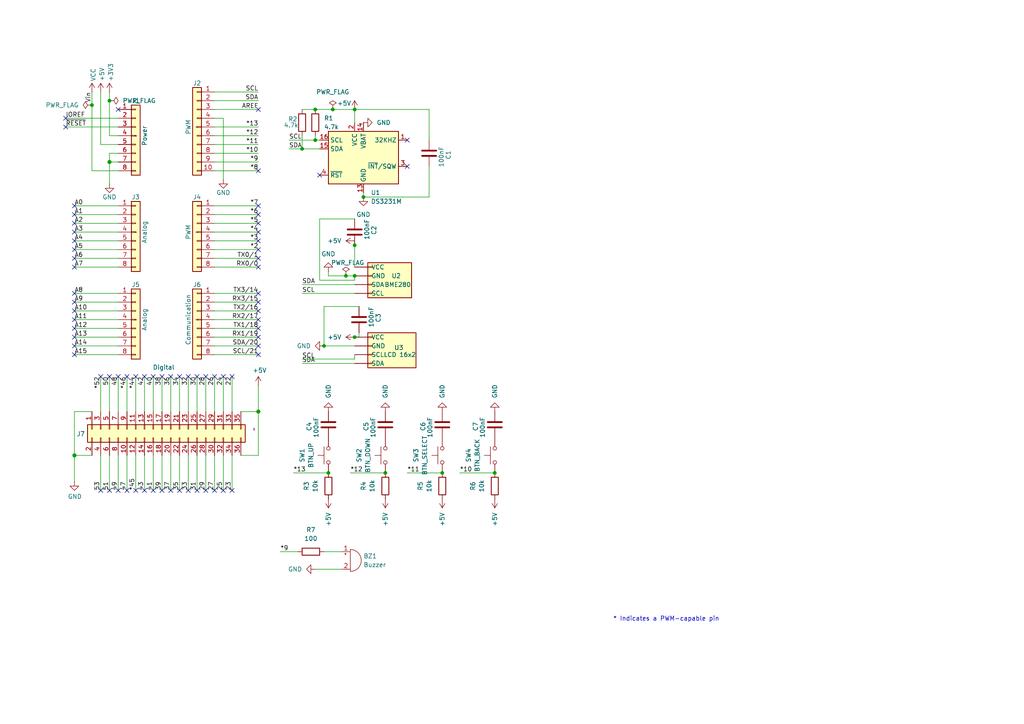
<source format=kicad_sch>
(kicad_sch (version 20250114) (generator "eeschema") (generator_version "9.0")
  (paper "A4")
  (title_block (date "mar. 31 mars 2015"))
  (lib_symbols
    (symbol "Conn_01x04_1" (pin_numbers (hide yes)) (pin_names (offset 1.016))
      (property "Reference" "U3" (at 2.54 0.0001 0))
      (property "Value" "LCD 16x2" (at 2.54 -2.5399 0))
      (symbol "Conn_01x04_1_1_1"
        (rectangle (start -1.27 3.81) (end 12.7 -6.35) (stroke (width 0.254)) (fill (type background)))
        (rectangle (start -1.27 2.667) (end 0 2.413) (stroke (width 0.1524)))
        (rectangle (start -1.27 0.127) (end 0 -0.127) (stroke (width 0.1524)))
        (rectangle (start -1.27 -2.413) (end 0 -2.667) (stroke (width 0.1524)))
        (rectangle (start -1.27 -4.953) (end 0 -5.207) (stroke (width 0.1524)))
        (pin power_in line (at -5.08 2.54 0) (length 3.81) (name "VCC") (number "1"))
        (pin power_in line (at -5.08 0 0) (length 3.81) (name "GND") (number "2"))
        (pin bidirectional line (at -5.08 -2.54 0) (length 3.81) (name "SCL") (number "3"))
        (pin bidirectional line (at -5.08 -5.08 0) (length 3.81) (name "SDA") (number "4"))
      )
    )
    (symbol "Connector_Generic:Conn_01x04" (pin_numbers (hide yes)) (pin_names (offset 1.016))
      (property "Reference" "U2" (at 5.588 0 0))
      (property "Value" "BME280" (at 3.556 -2.54 0))
      (symbol "Conn_01x04_1_1"
        (rectangle (start -1.27 3.81) (end 11.43 -6.35) (stroke (width 0.254)) (fill (type background)))
        (rectangle (start -1.27 2.667) (end 0 2.413) (stroke (width 0.1524)))
        (rectangle (start -1.27 0.127) (end 0 -0.127) (stroke (width 0.1524)))
        (rectangle (start -1.27 -2.413) (end 0 -2.667) (stroke (width 0.1524)))
        (rectangle (start -1.27 -4.953) (end 0 -5.207) (stroke (width 0.1524)))
        (pin power_in line (at -5.08 2.54 0) (length 3.81) (name "VCC") (number "1"))
        (pin power_in line (at -5.08 0 0) (length 3.81) (name "GND") (number "2"))
        (pin bidirectional line (at -5.08 -2.54 0) (length 3.81) (name "SDA") (number "3"))
        (pin bidirectional line (at -5.08 -5.08 0) (length 3.81) (name "SCL") (number "4"))
      )
    )
    (symbol "Connector_Generic:Conn_01x08" (pin_names (offset 1.016) (hide yes))
      (property "Reference" "J" (at 0 10.16 0))
      (property "Value" "Conn_01x08" (at 0 -12.7 0))
      (symbol "Conn_01x08_1_1"
        (rectangle (start -1.27 8.89) (end 1.27 -11.43) (stroke (width 0.254)) (fill (type background)))
        (rectangle (start -1.27 7.747) (end 0 7.493) (stroke (width 0.1524)))
        (rectangle (start -1.27 5.207) (end 0 4.953) (stroke (width 0.1524)))
        (rectangle (start -1.27 2.667) (end 0 2.413) (stroke (width 0.1524)))
        (rectangle (start -1.27 0.127) (end 0 -0.127) (stroke (width 0.1524)))
        (rectangle (start -1.27 -2.413) (end 0 -2.667) (stroke (width 0.1524)))
        (rectangle (start -1.27 -4.953) (end 0 -5.207) (stroke (width 0.1524)))
        (rectangle (start -1.27 -7.493) (end 0 -7.747) (stroke (width 0.1524)))
        (rectangle (start -1.27 -10.033) (end 0 -10.287) (stroke (width 0.1524)))
        (pin passive line (at -5.08 7.62 0) (length 3.81) (name "Pin_1") (number "1"))
        (pin passive line (at -5.08 5.08 0) (length 3.81) (name "Pin_2") (number "2"))
        (pin passive line (at -5.08 2.54 0) (length 3.81) (name "Pin_3") (number "3"))
        (pin passive line (at -5.08 0 0) (length 3.81) (name "Pin_4") (number "4"))
        (pin passive line (at -5.08 -2.54 0) (length 3.81) (name "Pin_5") (number "5"))
        (pin passive line (at -5.08 -5.08 0) (length 3.81) (name "Pin_6") (number "6"))
        (pin passive line (at -5.08 -7.62 0) (length 3.81) (name "Pin_7") (number "7"))
        (pin passive line (at -5.08 -10.16 0) (length 3.81) (name "Pin_8") (number "8"))
      )
    )
    (symbol "Connector_Generic:Conn_01x10" (pin_names (offset 1.016) (hide yes))
      (property "Reference" "J2" (at 0 12.7 0))
      (property "Value" "PWM" (at 2.54 0 90))
      (property "Datasheet" "~" (at 0 0 0))
      (symbol "Conn_01x10_1_1"
        (rectangle (start -1.27 11.43) (end 1.27 -13.97) (stroke (width 0.254)) (fill (type background)))
        (rectangle (start -1.27 10.287) (end 0 10.033) (stroke (width 0.1524)))
        (rectangle (start -1.27 7.747) (end 0 7.493) (stroke (width 0.1524)))
        (rectangle (start -1.27 5.207) (end 0 4.953) (stroke (width 0.1524)))
        (rectangle (start -1.27 2.667) (end 0 2.413) (stroke (width 0.1524)))
        (rectangle (start -1.27 0.127) (end 0 -0.127) (stroke (width 0.1524)))
        (rectangle (start -1.27 -2.413) (end 0 -2.667) (stroke (width 0.1524)))
        (rectangle (start -1.27 -4.953) (end 0 -5.207) (stroke (width 0.1524)))
        (rectangle (start -1.27 -7.493) (end 0 -7.747) (stroke (width 0.1524)))
        (rectangle (start -1.27 -10.033) (end 0 -10.287) (stroke (width 0.1524)))
        (rectangle (start -1.27 -12.573) (end 0 -12.827) (stroke (width 0.1524)))
        (pin bidirectional line (at -5.08 10.16 0) (length 3.81) (name "Pin_1") (number "1"))
        (pin bidirectional line (at -5.08 7.62 0) (length 3.81) (name "Pin_2") (number "2"))
        (pin passive line (at -5.08 5.08 0) (length 3.81) (name "Pin_3") (number "3"))
        (pin power_in line (at -5.08 2.54 0) (length 3.81) (name "Pin_4") (number "4"))
        (pin bidirectional line (at -5.08 0 0) (length 3.81) (name "Pin_5") (number "5"))
        (pin bidirectional line (at -5.08 -2.54 0) (length 3.81) (name "Pin_6") (number "6"))
        (pin bidirectional line (at -5.08 -5.08 0) (length 3.81) (name "Pin_7") (number "7"))
        (pin bidirectional line (at -5.08 -7.62 0) (length 3.81) (name "Pin_8") (number "8"))
        (pin bidirectional line (at -5.08 -10.16 0) (length 3.81) (name "Pin_9") (number "9"))
        (pin passive line (at -5.08 -12.7 0) (length 3.81) (name "Pin_10") (number "10"))
      )
    )
    (symbol "Connector_Generic:Conn_02x18_Odd_Even" (pin_names (offset 1.016) (hide yes))
      (property "Reference" "J" (at 1.27 22.86 0))
      (property "Value" "Conn_02x18_Odd_Even" (at 1.27 -25.4 0))
      (symbol "Conn_02x18_Odd_Even_1_1"
        (rectangle (start -1.27 21.59) (end 3.81 -24.13) (stroke (width 0.254)) (fill (type background)))
        (rectangle (start -1.27 20.447) (end 0 20.193) (stroke (width 0.1524)))
        (rectangle (start -1.27 17.907) (end 0 17.653) (stroke (width 0.1524)))
        (rectangle (start -1.27 15.367) (end 0 15.113) (stroke (width 0.1524)))
        (rectangle (start -1.27 12.827) (end 0 12.573) (stroke (width 0.1524)))
        (rectangle (start -1.27 10.287) (end 0 10.033) (stroke (width 0.1524)))
        (rectangle (start -1.27 7.747) (end 0 7.493) (stroke (width 0.1524)))
        (rectangle (start -1.27 5.207) (end 0 4.953) (stroke (width 0.1524)))
        (rectangle (start -1.27 2.667) (end 0 2.413) (stroke (width 0.1524)))
        (rectangle (start -1.27 0.127) (end 0 -0.127) (stroke (width 0.1524)))
        (rectangle (start -1.27 -2.413) (end 0 -2.667) (stroke (width 0.1524)))
        (rectangle (start -1.27 -4.953) (end 0 -5.207) (stroke (width 0.1524)))
        (rectangle (start -1.27 -7.493) (end 0 -7.747) (stroke (width 0.1524)))
        (rectangle (start -1.27 -10.033) (end 0 -10.287) (stroke (width 0.1524)))
        (rectangle (start -1.27 -12.573) (end 0 -12.827) (stroke (width 0.1524)))
        (rectangle (start -1.27 -15.113) (end 0 -15.367) (stroke (width 0.1524)))
        (rectangle (start -1.27 -17.653) (end 0 -17.907) (stroke (width 0.1524)))
        (rectangle (start -1.27 -20.193) (end 0 -20.447) (stroke (width 0.1524)))
        (rectangle (start -1.27 -22.733) (end 0 -22.987) (stroke (width 0.1524)))
        (rectangle (start 3.81 20.447) (end 2.54 20.193) (stroke (width 0.1524)))
        (rectangle (start 3.81 17.907) (end 2.54 17.653) (stroke (width 0.1524)))
        (rectangle (start 3.81 15.367) (end 2.54 15.113) (stroke (width 0.1524)))
        (rectangle (start 3.81 12.827) (end 2.54 12.573) (stroke (width 0.1524)))
        (rectangle (start 3.81 10.287) (end 2.54 10.033) (stroke (width 0.1524)))
        (rectangle (start 3.81 7.747) (end 2.54 7.493) (stroke (width 0.1524)))
        (rectangle (start 3.81 5.207) (end 2.54 4.953) (stroke (width 0.1524)))
        (rectangle (start 3.81 2.667) (end 2.54 2.413) (stroke (width 0.1524)))
        (rectangle (start 3.81 0.127) (end 2.54 -0.127) (stroke (width 0.1524)))
        (rectangle (start 3.81 -2.413) (end 2.54 -2.667) (stroke (width 0.1524)))
        (rectangle (start 3.81 -4.953) (end 2.54 -5.207) (stroke (width 0.1524)))
        (rectangle (start 3.81 -7.493) (end 2.54 -7.747) (stroke (width 0.1524)))
        (rectangle (start 3.81 -10.033) (end 2.54 -10.287) (stroke (width 0.1524)))
        (rectangle (start 3.81 -12.573) (end 2.54 -12.827) (stroke (width 0.1524)))
        (rectangle (start 3.81 -15.113) (end 2.54 -15.367) (stroke (width 0.1524)))
        (rectangle (start 3.81 -17.653) (end 2.54 -17.907) (stroke (width 0.1524)))
        (rectangle (start 3.81 -20.193) (end 2.54 -20.447) (stroke (width 0.1524)))
        (rectangle (start 3.81 -22.733) (end 2.54 -22.987) (stroke (width 0.1524)))
        (pin passive line (at -5.08 20.32 0) (length 3.81) (name "Pin_1") (number "1"))
        (pin passive line (at -5.08 17.78 0) (length 3.81) (name "Pin_3") (number "3"))
        (pin passive line (at -5.08 15.24 0) (length 3.81) (name "Pin_5") (number "5"))
        (pin passive line (at -5.08 12.7 0) (length 3.81) (name "Pin_7") (number "7"))
        (pin passive line (at -5.08 10.16 0) (length 3.81) (name "Pin_9") (number "9"))
        (pin passive line (at -5.08 7.62 0) (length 3.81) (name "Pin_11") (number "11"))
        (pin passive line (at -5.08 5.08 0) (length 3.81) (name "Pin_13") (number "13"))
        (pin passive line (at -5.08 2.54 0) (length 3.81) (name "Pin_15") (number "15"))
        (pin passive line (at -5.08 0 0) (length 3.81) (name "Pin_17") (number "17"))
        (pin passive line (at -5.08 -2.54 0) (length 3.81) (name "Pin_19") (number "19"))
        (pin passive line (at -5.08 -5.08 0) (length 3.81) (name "Pin_21") (number "21"))
        (pin passive line (at -5.08 -7.62 0) (length 3.81) (name "Pin_23") (number "23"))
        (pin passive line (at -5.08 -10.16 0) (length 3.81) (name "Pin_25") (number "25"))
        (pin passive line (at -5.08 -12.7 0) (length 3.81) (name "Pin_27") (number "27"))
        (pin passive line (at -5.08 -15.24 0) (length 3.81) (name "Pin_29") (number "29"))
        (pin passive line (at -5.08 -17.78 0) (length 3.81) (name "Pin_31") (number "31"))
        (pin passive line (at -5.08 -20.32 0) (length 3.81) (name "Pin_33") (number "33"))
        (pin passive line (at -5.08 -22.86 0) (length 3.81) (name "Pin_35") (number "35"))
        (pin passive line (at 7.62 20.32 180) (length 3.81) (name "Pin_2") (number "2"))
        (pin passive line (at 7.62 17.78 180) (length 3.81) (name "Pin_4") (number "4"))
        (pin passive line (at 7.62 15.24 180) (length 3.81) (name "Pin_6") (number "6"))
        (pin passive line (at 7.62 12.7 180) (length 3.81) (name "Pin_8") (number "8"))
        (pin passive line (at 7.62 10.16 180) (length 3.81) (name "Pin_10") (number "10"))
        (pin passive line (at 7.62 7.62 180) (length 3.81) (name "Pin_12") (number "12"))
        (pin passive line (at 7.62 5.08 180) (length 3.81) (name "Pin_14") (number "14"))
        (pin passive line (at 7.62 2.54 180) (length 3.81) (name "Pin_16") (number "16"))
        (pin passive line (at 7.62 0 180) (length 3.81) (name "Pin_18") (number "18"))
        (pin passive line (at 7.62 -2.54 180) (length 3.81) (name "Pin_20") (number "20"))
        (pin passive line (at 7.62 -5.08 180) (length 3.81) (name "Pin_22") (number "22"))
        (pin passive line (at 7.62 -7.62 180) (length 3.81) (name "Pin_24") (number "24"))
        (pin passive line (at 7.62 -10.16 180) (length 3.81) (name "Pin_26") (number "26"))
        (pin passive line (at 7.62 -12.7 180) (length 3.81) (name "Pin_28") (number "28"))
        (pin passive line (at 7.62 -15.24 180) (length 3.81) (name "Pin_30") (number "30"))
        (pin passive line (at 7.62 -17.78 180) (length 3.81) (name "Pin_32") (number "32"))
        (pin passive line (at 7.62 -20.32 180) (length 3.81) (name "Pin_34") (number "34"))
        (pin passive line (at 7.62 -22.86 180) (length 3.81) (name "Pin_36") (number "36"))
      )
    )
    (symbol "Device:Buzzer" (pin_names (offset 0.0254) (hide yes))
      (property "Reference" "BZ" (at 3.81 1.27 0))
      (property "Value" "Buzzer" (at 3.81 -1.27 0))
      (symbol "Buzzer_0_1"
        (polyline (pts (xy -1.651 1.905) (xy -1.143 1.905)))
        (polyline (pts (xy -1.397 2.159) (xy -1.397 1.651)))
        (arc (start 0 3.175) (mid 3.1612 0) (end 0 -3.175))
        (polyline (pts (xy 0 3.175) (xy 0 -3.175)))
      )
      (symbol "Buzzer_1_1"
        (pin passive line (at -2.54 2.54 0) (length 2.54) (name "+") (number "1"))
        (pin passive line (at -2.54 -2.54 0) (length 2.54) (name "-") (number "2"))
      )
    )
    (symbol "Device:C" (pin_numbers (hide yes)) (pin_names (offset 0.254))
      (property "Reference" "C" (at 0.635 2.54 0))
      (property "Value" "C" (at 0.635 -2.54 0))
      (symbol "C_0_1"
        (polyline (pts (xy -2.032 0.762) (xy 2.032 0.762)) (stroke (width 0.508)))
        (polyline (pts (xy -2.032 -0.762) (xy 2.032 -0.762)) (stroke (width 0.508)))
      )
      (symbol "C_1_1"
        (pin passive line (at 0 3.81 270) (length 2.794) (name "~") (number "1"))
        (pin passive line (at 0 -3.81 90) (length 2.794) (name "~") (number "2"))
      )
    )
    (symbol "Device:R" (pin_numbers (hide yes)) (pin_names (offset 0))
      (property "Reference" "R" (at 2.032 0 90))
      (property "Value" "R" (at 0 0 90))
      (symbol "R_0_1"
        (rectangle (start -1.016 -2.54) (end 1.016 2.54) (stroke (width 0.254)))
      )
      (symbol "R_1_1"
        (pin passive line (at 0 3.81 270) (length 1.27) (name "~") (number "1"))
        (pin passive line (at 0 -3.81 90) (length 1.27) (name "~") (number "2"))
      )
    )
    (symbol "Switch:SW_Push" (pin_numbers (hide yes)) (pin_names (offset 1.016) (hide yes))
      (property "Reference" "SW" (at 1.27 2.54 0))
      (property "Value" "SW_Push" (at 0 -1.524 0))
      (symbol "SW_Push_0_1"
        (circle (center -2.032 0) (radius 0.508))
        (polyline (pts (xy 0 1.27) (xy 0 3.048)))
        (circle (center 2.032 0) (radius 0.508))
        (polyline (pts (xy 2.54 1.27) (xy -2.54 1.27)))
        (pin passive line (at -5.08 0 0) (length 2.54) (name "1") (number "1"))
        (pin passive line (at 5.08 0 180) (length 2.54) (name "2") (number "2"))
      )
    )
    (symbol "Timer_RTC:DS3231M"
      (property "Reference" "U" (at -7.62 8.89 0))
      (property "Value" "DS3231M" (at 10.16 8.89 0))
      (symbol "DS3231M_0_1"
        (rectangle (start -10.16 7.62) (end 10.16 -7.62) (stroke (width 0.254)) (fill (type background)))
      )
      (symbol "DS3231M_1_1"
        (pin input line (at -12.7 5.08 0) (length 2.54) (name "SCL") (number "16"))
        (pin bidirectional line (at -12.7 2.54 0) (length 2.54) (name "SDA") (number "15"))
        (pin bidirectional line (at -12.7 -5.08 0) (length 2.54) (name "~{RST}") (number "4"))
        (pin power_in line (at -2.54 10.16 270) (length 2.54) (name "VCC") (number "2"))
        (pin power_in line (at 0 10.16 270) (length 2.54) (name "VBAT") (number "14"))
        (pin passive line (at 0 -10.16 90) (length 2.54) (hide yes) (name "GND") (number "10"))
        (pin passive line (at 0 -10.16 90) (length 2.54) (hide yes) (name "GND") (number "11"))
        (pin passive line (at 0 -10.16 90) (length 2.54) (hide yes) (name "GND") (number "12"))
        (pin power_in line (at 0 -10.16 90) (length 2.54) (name "GND") (number "13"))
        (pin passive line (at 0 -10.16 90) (length 2.54) (hide yes) (name "GND") (number "5"))
        (pin passive line (at 0 -10.16 90) (length 2.54) (hide yes) (name "GND") (number "6"))
        (pin passive line (at 0 -10.16 90) (length 2.54) (hide yes) (name "GND") (number "7"))
        (pin passive line (at 0 -10.16 90) (length 2.54) (hide yes) (name "GND") (number "8"))
        (pin passive line (at 0 -10.16 90) (length 2.54) (hide yes) (name "GND") (number "9"))
        (pin open_collector line (at 12.7 5.08 180) (length 2.54) (name "32KHZ") (number "1"))
        (pin open_collector line (at 12.7 -2.54 180) (length 2.54) (name "~{INT}/SQW") (number "3"))
      )
    )
    (symbol "power:+3V3" (power) (pin_numbers (hide yes)) (pin_names (offset 0) (hide yes))
      (property "Value" "+3V3" (at 0 3.556 0))
      (symbol "+3V3_0_1"
        (polyline (pts (xy -0.762 1.27) (xy 0 2.54)))
        (polyline (pts (xy 0 2.54) (xy 0.762 1.27)))
        (polyline (pts (xy 0 0) (xy 0 2.54)))
      )
      (symbol "+3V3_1_1"
        (pin power_in line (at 0 0 90) (length 0) (name "~") (number "1"))
      )
    )
    (symbol "power:+5V" (power) (pin_numbers (hide yes)) (pin_names (offset 0) (hide yes))
      (property "Value" "+5V" (at 0 3.556 0))
      (symbol "+5V_0_1"
        (polyline (pts (xy -0.762 1.27) (xy 0 2.54)))
        (polyline (pts (xy 0 2.54) (xy 0.762 1.27)))
        (polyline (pts (xy 0 0) (xy 0 2.54)))
      )
      (symbol "+5V_1_1"
        (pin power_in line (at 0 0 90) (length 0) (name "~") (number "1"))
      )
    )
    (symbol "power:GND" (power) (pin_numbers (hide yes)) (pin_names (offset 0) (hide yes))
      (property "Value" "GND" (at 0 -3.81 0))
      (symbol "GND_0_1"
        (polyline (pts (xy 0 0) (xy 0 -1.27) (xy 1.27 -1.27) (xy 0 -2.54) (xy -1.27 -1.27) (xy 0 -1.27)))
      )
      (symbol "GND_1_1"
        (pin power_in line (at 0 0 270) (length 0) (name "~") (number "1"))
      )
    )
    (symbol "power:PWR_FLAG" (power) (pin_numbers (hide yes)) (pin_names (offset 0) (hide yes))
      (property "Value" "PWR_FLAG" (at 0 3.81 0))
      (symbol "PWR_FLAG_0_0"
        (pin power_out line (at 0 0 90) (length 0) (name "~") (number "1"))
      )
      (symbol "PWR_FLAG_0_1"
        (polyline (pts (xy 0 0) (xy 0 1.27) (xy -1.016 1.905) (xy 0 2.54) (xy 1.016 1.905) (xy 0 1.27)))
      )
    )
    (symbol "power:VCC" (power) (pin_numbers (hide yes)) (pin_names (offset 0) (hide yes))
      (property "Value" "VCC" (at 0 3.556 0))
      (symbol "VCC_0_1"
        (polyline (pts (xy -0.762 1.27) (xy 0 2.54)))
        (polyline (pts (xy 0 2.54) (xy 0.762 1.27)))
        (polyline (pts (xy 0 0) (xy 0 2.54)))
      )
      (symbol "VCC_1_1"
        (pin power_in line (at 0 0 90) (length 0) (name "~") (number "1"))
      )
    )
  )
  (text "* Indicates a PWM-capable pin" (at 177.8 180.34 0) (effects (font (size 1.27 1.27)) (justify left bottom)))
  (junction (at 102.87 71.12))
  (junction (at 87.63 43.18))
  (junction (at 105.41 57.15))
  (junction (at 21.59 132.08) (diameter 1.016))
  (junction (at 31.75 29.21))
  (junction (at 91.44 40.64))
  (junction (at 95.25 137.16))
  (junction (at 31.75 46.99) (diameter 1.016))
  (junction (at 93.98 100.33))
  (junction (at 26.67 30.48))
  (junction (at 100.33 80.01))
  (junction (at 143.51 137.16))
  (junction (at 102.87 80.01))
  (junction (at 128.27 137.16))
  (junction (at 102.87 31.75))
  (junction (at 111.76 137.16))
  (junction (at 102.87 97.79))
  (junction (at 91.44 31.75))
  (junction (at 96.52 31.75))
  (junction (at 74.93 119.38) (diameter 1.016))
  (no_connect (at 21.59 87.63))
  (no_connect (at 41.91 142.24))
  (no_connect (at 74.93 102.87))
  (no_connect (at 36.83 142.24))
  (no_connect (at 31.75 142.24))
  (no_connect (at 74.93 92.71))
  (no_connect (at 74.93 95.25))
  (no_connect (at 118.11 40.64))
  (no_connect (at 21.59 59.69))
  (no_connect (at 39.37 142.24))
  (no_connect (at 52.07 109.22))
  (no_connect (at 92.71 50.8))
  (no_connect (at 54.61 109.22))
  (no_connect (at 74.93 62.23))
  (no_connect (at 49.53 109.22))
  (no_connect (at 74.93 74.93))
  (no_connect (at 74.93 67.31))
  (no_connect (at 64.77 142.24))
  (no_connect (at 34.29 142.24))
  (no_connect (at 44.45 142.24))
  (no_connect (at 74.93 64.77))
  (no_connect (at 19.05 34.29))
  (no_connect (at 118.11 48.26))
  (no_connect (at 74.93 69.85))
  (no_connect (at 39.37 109.22))
  (no_connect (at 64.77 109.22))
  (no_connect (at 52.07 142.24))
  (no_connect (at 74.93 59.69))
  (no_connect (at 19.05 36.83))
  (no_connect (at 34.29 109.22))
  (no_connect (at 36.83 109.22))
  (no_connect (at 57.15 142.24))
  (no_connect (at 41.91 109.22))
  (no_connect (at 74.93 49.53))
  (no_connect (at 59.69 142.24))
  (no_connect (at 21.59 77.47))
  (no_connect (at 49.53 142.24))
  (no_connect (at 21.59 62.23))
  (no_connect (at 74.93 31.75))
  (no_connect (at 62.23 109.22))
  (no_connect (at 74.93 72.39))
  (no_connect (at 74.93 97.79))
  (no_connect (at 67.31 142.24))
  (no_connect (at 21.59 100.33))
  (no_connect (at 62.23 142.24))
  (no_connect (at 54.61 142.24))
  (no_connect (at 29.21 142.24))
  (no_connect (at 74.93 100.33))
  (no_connect (at 46.99 142.24))
  (no_connect (at 44.45 109.22))
  (no_connect (at 21.59 97.79))
  (no_connect (at 21.59 64.77))
  (no_connect (at 74.93 87.63))
  (no_connect (at 74.93 90.17))
  (no_connect (at 67.31 109.22))
  (no_connect (at 74.93 77.47))
  (no_connect (at 21.59 85.09))
  (no_connect (at 29.21 109.22))
  (no_connect (at 46.99 109.22))
  (no_connect (at 34.29 31.75))
  (no_connect (at 74.93 85.09))
  (no_connect (at 21.59 95.25))
  (no_connect (at 21.59 102.87))
  (no_connect (at 31.75 109.22))
  (no_connect (at 21.59 74.93))
  (no_connect (at 21.59 69.85))
  (no_connect (at 21.59 72.39))
  (no_connect (at 57.15 109.22))
  (no_connect (at 21.59 90.17))
  (no_connect (at 21.59 67.31))
  (no_connect (at 59.69 109.22))
  (no_connect (at 21.59 92.71))
  (wire (pts (xy 62.23 77.47) (xy 74.93 77.47)))
  (wire (pts (xy 91.44 165.1) (xy 99.06 165.1)))
  (wire (pts (xy 21.59 77.47) (xy 34.29 77.47)))
  (wire (pts (xy 62.23 44.45) (xy 74.93 44.45)))
  (wire (pts (xy 44.45 109.22) (xy 44.45 119.38)))
  (wire (pts (xy 62.23 26.67) (xy 74.93 26.67)))
  (wire (pts (xy 46.99 109.22) (xy 46.99 119.38)))
  (wire (pts (xy 74.93 119.38) (xy 74.93 132.08)))
  (wire (pts (xy 29.21 26.67) (xy 29.21 41.91)))
  (wire (pts (xy 96.52 31.75) (xy 102.87 31.75)))
  (wire (pts (xy 26.67 119.38) (xy 21.59 119.38)))
  (wire (pts (xy 62.23 90.17) (xy 74.93 90.17)))
  (wire (pts (xy 31.75 44.45) (xy 31.75 46.99)))
  (wire (pts (xy 104.14 96.52) (xy 104.14 97.79)))
  (wire (pts (xy 49.53 132.08) (xy 49.53 142.24)))
  (wire (pts (xy 21.59 72.39) (xy 34.29 72.39)))
  (wire (pts (xy 54.61 109.22) (xy 54.61 119.38)))
  (wire (pts (xy 31.75 109.22) (xy 31.75 119.38)))
  (wire (pts (xy 67.31 109.22) (xy 67.31 119.38)))
  (wire (pts (xy 85.09 137.16) (xy 95.25 137.16)))
  (wire (pts (xy 31.75 46.99) (xy 31.75 53.34)))
  (wire (pts (xy 62.23 132.08) (xy 62.23 142.24)))
  (wire (pts (xy 92.71 40.64) (xy 91.44 40.64)))
  (wire (pts (xy 31.75 39.37) (xy 34.29 39.37)))
  (wire (pts (xy 41.91 109.22) (xy 41.91 119.38)))
  (wire (pts (xy 29.21 41.91) (xy 34.29 41.91)))
  (wire (pts (xy 52.07 132.08) (xy 52.07 142.24)))
  (wire (pts (xy 26.67 30.48) (xy 26.67 26.67)))
  (wire (pts (xy 21.59 102.87) (xy 34.29 102.87)))
  (wire (pts (xy 36.83 132.08) (xy 36.83 142.24)))
  (wire (pts (xy 59.69 132.08) (xy 59.69 142.24)))
  (wire (pts (xy 62.23 36.83) (xy 74.93 36.83)))
  (wire (pts (xy 31.75 26.67) (xy 31.75 29.21)))
  (wire (pts (xy 62.23 59.69) (xy 74.93 59.69)))
  (wire (pts (xy 34.29 59.69) (xy 21.59 59.69)))
  (wire (pts (xy 104.14 88.9) (xy 93.98 88.9)))
  (wire (pts (xy 62.23 39.37) (xy 74.93 39.37)))
  (wire (pts (xy 34.29 100.33) (xy 21.59 100.33)))
  (wire (pts (xy 83.82 40.64) (xy 91.44 40.64)))
  (wire (pts (xy 62.23 62.23) (xy 74.93 62.23)))
  (wire (pts (xy 102.87 81.28) (xy 102.87 80.01)))
  (wire (pts (xy 81.28 160.02) (xy 86.36 160.02)))
  (wire (pts (xy 62.23 97.79) (xy 74.93 97.79)))
  (wire (pts (xy 124.46 48.26) (xy 124.46 57.15)))
  (wire (pts (xy 52.07 109.22) (xy 52.07 119.38)))
  (wire (pts (xy 21.59 119.38) (xy 21.59 132.08)))
  (wire (pts (xy 36.83 109.22) (xy 36.83 119.38)))
  (wire (pts (xy 26.67 132.08) (xy 21.59 132.08)))
  (wire (pts (xy 92.71 63.5) (xy 92.71 81.28)))
  (wire (pts (xy 100.33 80.01) (xy 102.87 80.01)))
  (wire (pts (xy 87.63 39.37) (xy 87.63 43.18)))
  (wire (pts (xy 62.23 46.99) (xy 74.93 46.99)))
  (wire (pts (xy 59.69 109.22) (xy 59.69 119.38)))
  (wire (pts (xy 87.63 43.18) (xy 92.71 43.18)))
  (wire (pts (xy 57.15 109.22) (xy 57.15 119.38)))
  (wire (pts (xy 39.37 132.08) (xy 39.37 142.24)))
  (wire (pts (xy 57.15 132.08) (xy 57.15 142.24)))
  (wire (pts (xy 34.29 132.08) (xy 34.29 142.24)))
  (wire (pts (xy 64.77 109.22) (xy 64.77 119.38)))
  (wire (pts (xy 105.41 57.15) (xy 124.46 57.15)))
  (wire (pts (xy 62.23 67.31) (xy 74.93 67.31)))
  (wire (pts (xy 99.06 160.02) (xy 93.98 160.02)))
  (wire (pts (xy 44.45 132.08) (xy 44.45 142.24)))
  (wire (pts (xy 91.44 39.37) (xy 91.44 40.64)))
  (wire (pts (xy 39.37 109.22) (xy 39.37 119.38)))
  (wire (pts (xy 19.05 34.29) (xy 34.29 34.29)))
  (wire (pts (xy 87.63 104.14) (xy 102.87 104.14)))
  (wire (pts (xy 87.63 31.75) (xy 91.44 31.75)))
  (wire (pts (xy 102.87 71.12) (xy 102.87 77.47)))
  (wire (pts (xy 62.23 87.63) (xy 74.93 87.63)))
  (wire (pts (xy 74.93 111.76) (xy 74.93 119.38)))
  (wire (pts (xy 64.77 34.29) (xy 64.77 52.07)))
  (wire (pts (xy 92.71 81.28) (xy 102.87 81.28)))
  (wire (pts (xy 62.23 102.87) (xy 74.93 102.87)))
  (wire (pts (xy 31.75 29.21) (xy 31.75 39.37)))
  (wire (pts (xy 62.23 31.75) (xy 74.93 31.75)))
  (wire (pts (xy 69.85 119.38) (xy 74.93 119.38)))
  (wire (pts (xy 62.23 95.25) (xy 74.93 95.25)))
  (wire (pts (xy 21.59 92.71) (xy 34.29 92.71)))
  (wire (pts (xy 87.63 82.55) (xy 102.87 82.55)))
  (wire (pts (xy 93.98 88.9) (xy 93.98 100.33)))
  (wire (pts (xy 34.29 64.77) (xy 21.59 64.77)))
  (wire (pts (xy 87.63 105.41) (xy 102.87 105.41)))
  (wire (pts (xy 19.05 36.83) (xy 34.29 36.83)))
  (wire (pts (xy 62.23 85.09) (xy 74.93 85.09)))
  (wire (pts (xy 34.29 46.99) (xy 31.75 46.99)))
  (wire (pts (xy 124.46 40.64) (xy 124.46 31.75)))
  (wire (pts (xy 101.6 137.16) (xy 111.76 137.16)))
  (wire (pts (xy 118.11 137.16) (xy 128.27 137.16)))
  (wire (pts (xy 34.29 49.53) (xy 26.67 49.53)))
  (wire (pts (xy 29.21 109.22) (xy 29.21 119.38)))
  (wire (pts (xy 124.46 31.75) (xy 102.87 31.75)))
  (wire (pts (xy 21.59 62.23) (xy 34.29 62.23)))
  (wire (pts (xy 31.75 132.08) (xy 31.75 142.24)))
  (wire (pts (xy 102.87 104.14) (xy 102.87 102.87)))
  (wire (pts (xy 54.61 132.08) (xy 54.61 142.24)))
  (wire (pts (xy 34.29 90.17) (xy 21.59 90.17)))
  (wire (pts (xy 29.21 132.08) (xy 29.21 142.24)))
  (wire (pts (xy 105.41 57.15) (xy 105.41 55.88)))
  (wire (pts (xy 62.23 92.71) (xy 74.93 92.71)))
  (wire (pts (xy 95.25 80.01) (xy 100.33 80.01)))
  (wire (pts (xy 62.23 34.29) (xy 64.77 34.29)))
  (wire (pts (xy 46.99 132.08) (xy 46.99 142.24)))
  (wire (pts (xy 34.29 44.45) (xy 31.75 44.45)))
  (wire (pts (xy 21.59 97.79) (xy 34.29 97.79)))
  (wire (pts (xy 102.87 31.75) (xy 102.87 35.56)))
  (wire (pts (xy 62.23 109.22) (xy 62.23 119.38)))
  (wire (pts (xy 133.35 137.16) (xy 143.51 137.16)))
  (wire (pts (xy 62.23 41.91) (xy 74.93 41.91)))
  (wire (pts (xy 102.87 63.5) (xy 92.71 63.5)))
  (wire (pts (xy 49.53 109.22) (xy 49.53 119.38)))
  (wire (pts (xy 21.59 87.63) (xy 34.29 87.63)))
  (wire (pts (xy 62.23 64.77) (xy 74.93 64.77)))
  (wire (pts (xy 21.59 67.31) (xy 34.29 67.31)))
  (wire (pts (xy 95.25 80.01) (xy 95.25 78.74)))
  (wire (pts (xy 34.29 109.22) (xy 34.29 119.38)))
  (wire (pts (xy 83.82 43.18) (xy 87.63 43.18)))
  (wire (pts (xy 62.23 100.33) (xy 74.93 100.33)))
  (wire (pts (xy 74.93 132.08) (xy 69.85 132.08)))
  (wire (pts (xy 93.98 100.33) (xy 102.87 100.33)))
  (wire (pts (xy 34.29 85.09) (xy 21.59 85.09)))
  (wire (pts (xy 67.31 132.08) (xy 67.31 142.24)))
  (wire (pts (xy 62.23 29.21) (xy 74.93 29.21)))
  (wire (pts (xy 64.77 132.08) (xy 64.77 142.24)))
  (wire (pts (xy 62.23 72.39) (xy 74.93 72.39)))
  (wire (pts (xy 91.44 31.75) (xy 96.52 31.75)))
  (wire (pts (xy 62.23 69.85) (xy 74.93 69.85)))
  (wire (pts (xy 102.87 97.79) (xy 104.14 97.79)))
  (wire (pts (xy 41.91 132.08) (xy 41.91 142.24)))
  (wire (pts (xy 62.23 74.93) (xy 74.93 74.93)))
  (wire (pts (xy 34.29 95.25) (xy 21.59 95.25)))
  (wire (pts (xy 87.63 85.09) (xy 102.87 85.09)))
  (wire (pts (xy 26.67 49.53) (xy 26.67 30.48)))
  (wire (pts (xy 21.59 132.08) (xy 21.59 139.7)))
  (wire (pts (xy 34.29 74.93) (xy 21.59 74.93)))
  (wire (pts (xy 34.29 69.85) (xy 21.59 69.85)))
  (wire (pts (xy 62.23 49.53) (xy 74.93 49.53)))
  (wire (pts (xy 102.87 69.85) (xy 102.87 71.12)))
  (label "A10" (at 21.59 90.17 0))
  (label "RX0{slash}0" (at 74.93 77.47 180))
  (label "A15" (at 21.59 102.87 0))
  (label "SCL" (at 83.82 40.64 0))
  (label "A2" (at 21.59 64.77 0))
  (label "RX2{slash}17" (at 74.93 92.71 180))
  (label "SCL" (at 87.63 104.14 0))
  (label "*4" (at 74.93 67.31 180))
  (label "SDA{slash}20" (at 74.93 100.33 180))
  (label "26" (at 62.23 109.22 270))
  (label "*13" (at 85.09 137.16 0))
  (label "31" (at 57.15 142.24 90))
  (label "22" (at 67.31 109.22 270))
  (label "33" (at 54.61 142.24 90))
  (label "36" (at 49.53 109.22 270))
  (label "*2" (at 74.93 72.39 180))
  (label "TX1{slash}18" (at 74.93 95.25 180))
  (label "*44" (at 39.37 109.22 270))
  (label "A3" (at 21.59 67.31 0))
  (label "*13" (at 74.93 36.83 180))
  (label "SDA" (at 87.63 82.55 0))
  (label "*11" (at 118.11 137.16 0))
  (label "*52" (at 29.21 109.22 270))
  (label "*12" (at 74.93 39.37 180))
  (label "40" (at 44.45 109.22 270))
  (label "~{RESET}" (at 19.05 36.83 0))
  (label "35" (at 52.07 142.24 90))
  (label "*10" (at 74.93 44.45 180))
  (label "28" (at 59.69 109.22 270))
  (label "23" (at 67.31 142.24 90))
  (label "29" (at 59.69 142.24 90))
  (label "A13" (at 21.59 97.79 0))
  (label "41" (at 44.45 142.24 90))
  (label "30" (at 57.15 109.22 270))
  (label "47" (at 36.83 142.24 90))
  (label "34" (at 52.07 109.22 270))
  (label "*10" (at 133.35 137.16 0))
  (label "*45" (at 39.37 142.24 90))
  (label "38" (at 46.99 109.22 270))
  (label "*12" (at 101.6 137.16 0))
  (label "51" (at 31.75 142.24 90))
  (label "*7" (at 74.93 59.69 180))
  (label "SDA" (at 74.93 29.21 180))
  (label "*8" (at 74.93 49.53 180))
  (label "A9" (at 21.59 87.63 0))
  (label "*11" (at 74.93 41.91 180))
  (label "*3" (at 74.93 69.85 180))
  (label "SDA" (at 83.82 43.18 0))
  (label "A6" (at 21.59 74.93 0))
  (label "42" (at 41.91 109.22 270))
  (label "A1" (at 21.59 62.23 0))
  (label "53" (at 29.21 142.24 90))
  (label "TX0{slash}1" (at 74.93 74.93 180))
  (label "24" (at 64.77 109.22 270))
  (label "RX1{slash}19" (at 74.93 97.79 180))
  (label "A0" (at 21.59 59.69 0))
  (label "AREF" (at 74.93 31.75 180))
  (label "A14" (at 21.59 100.33 0))
  (label "39" (at 46.99 142.24 90))
  (label "A8" (at 21.59 85.09 0))
  (label "Vin" (at 26.67 26.67 270))
  (label "27" (at 62.23 142.24 90))
  (label "37" (at 49.53 142.24 90))
  (label "25" (at 64.77 142.24 90))
  (label "*6" (at 74.93 62.23 180))
  (label "*46" (at 36.83 109.22 270))
  (label "SCL" (at 74.93 26.67 180))
  (label "*9" (at 74.93 46.99 180))
  (label "50" (at 31.75 109.22 270))
  (label "TX2{slash}16" (at 74.93 90.17 180))
  (label "SDA" (at 87.63 105.41 0))
  (label "*5" (at 74.93 64.77 180))
  (label "SCL" (at 87.63 85.09 0))
  (label "IOREF" (at 19.05 34.29 0))
  (label "A7" (at 21.59 77.47 0))
  (label "A11" (at 21.59 92.71 0))
  (label "A4" (at 21.59 69.85 0))
  (label "49" (at 34.29 142.24 90))
  (label "A5" (at 21.59 72.39 0))
  (label "RX3{slash}15" (at 74.93 87.63 180))
  (label "TX3{slash}14" (at 74.93 85.09 180))
  (label "32" (at 54.61 109.22 270))
  (label "43" (at 41.91 142.24 90))
  (label "A12" (at 21.59 95.25 0))
  (label "SCL{slash}21" (at 74.93 102.87 180))
  (label "*9" (at 81.28 160.02 0))
  (label "48" (at 34.29 109.22 270))
  (symbol (lib_id "Connector_Generic:Conn_01x08") (at 39.37 39.37 0) (unit 1)
    (property "Reference" "J1" (at 39.37 29.21 0))
    (property "Value" "Power" (at 41.91 39.37 90))
    (property "Footprint" "Connector_PinHeader_2.54mm:PinHeader_1x08_P2.54mm_Vertical" (effects (hide yes)))
    (property "Datasheet" "~" (at 39.37 39.37 0))
    (property "Description" "Generic connector, single row, 01x08, script generated (kicad-library-utils/schlib/autogen/connector/)" (effects (hide yes)))
  )
  (symbol (lib_id "power:+3V3") (at 31.75 26.67 0) (unit 1)
    (property "Reference" "#PWR03" (effects (hide yes)))
    (property "Value" "+3V3" (at 32.131 23.622 90) (effects (justify left)))
    (property "Description" "Power symbol creates a global label with name \"+3V3\"" (effects (hide yes)))
  )
  (symbol (lib_id "power:+5V") (at 29.21 26.67 0) (unit 1)
    (property "Reference" "#PWR02" (effects (hide yes)))
    (property "Value" "+5V" (at 29.5656 23.622 90) (effects (justify left)))
    (property "Description" "Power symbol creates a global label with name \"+5V\"" (effects (hide yes)))
  )
  (symbol (lib_id "power:GND") (at 31.75 53.34 0) (unit 1)
    (property "Reference" "#PWR04" (effects (hide yes)))
    (property "Value" "GND" (at 31.75 57.15 0))
    (property "Description" "Power symbol creates a global label with name \"GND\" , ground" (effects (hide yes)))
  )
  (symbol (lib_id "Connector_Generic:Conn_01x10") (at 57.15 36.83 0) (mirror y) (unit 1)
    (property "Reference" "J2" (at 57.15 24.13 0))
    (property "Value" "PWM" (at 54.61 36.83 90))
    (property "Footprint" "Connector_PinSocket_2.54mm:PinSocket_1x10_P2.54mm_Vertical" (effects (hide yes)))
    (property "Datasheet" "~" (at 57.15 36.83 0))
    (property "Description" "Generic connector, single row, 01x10, script generated (kicad-library-utils/schlib/autogen/connector/)" (effects (hide yes)))
  )
  (symbol (lib_id "power:GND") (at 64.77 52.07 0) (unit 1)
    (property "Reference" "#PWR05" (effects (hide yes)))
    (property "Value" "GND" (at 64.77 55.88 0))
    (property "Description" "Power symbol creates a global label with name \"GND\" , ground" (effects (hide yes)))
  )
  (symbol (lib_id "Connector_Generic:Conn_01x08") (at 39.37 67.31 0) (unit 1)
    (property "Reference" "J3" (at 39.37 57.15 0))
    (property "Value" "Analog" (at 41.91 67.31 90))
    (property "Footprint" "Connector_PinSocket_2.54mm:PinSocket_1x08_P2.54mm_Vertical" (effects (hide yes)))
    (property "Datasheet" "~" (at 39.37 67.31 0))
    (property "Description" "Generic connector, single row, 01x08, script generated (kicad-library-utils/schlib/autogen/connector/)" (effects (hide yes)))
  )
  (symbol (lib_id "Connector_Generic:Conn_01x08") (at 57.15 67.31 0) (mirror y) (unit 1)
    (property "Reference" "J4" (at 57.15 57.15 0))
    (property "Value" "PWM" (at 54.61 67.31 90))
    (property "Footprint" "Connector_PinSocket_2.54mm:PinSocket_1x08_P2.54mm_Vertical" (effects (hide yes)))
    (property "Datasheet" "~" (at 57.15 67.31 0))
    (property "Description" "Generic connector, single row, 01x08, script generated (kicad-library-utils/schlib/autogen/connector/)" (effects (hide yes)))
  )
  (symbol (lib_id "Connector_Generic:Conn_01x08") (at 39.37 92.71 0) (unit 1)
    (property "Reference" "J5" (at 39.37 82.55 0))
    (property "Value" "Analog" (at 41.91 92.71 90))
    (property "Footprint" "Connector_PinSocket_2.54mm:PinSocket_1x08_P2.54mm_Vertical" (effects (hide yes)))
    (property "Datasheet" "~" (at 39.37 92.71 0))
    (property "Description" "Generic connector, single row, 01x08, script generated (kicad-library-utils/schlib/autogen/connector/)" (effects (hide yes)))
  )
  (symbol (lib_id "Connector_Generic:Conn_01x08") (at 57.15 92.71 0) (mirror y) (unit 1)
    (property "Reference" "J6" (at 57.15 82.55 0))
    (property "Value" "Communication" (at 54.61 92.71 90))
    (property "Footprint" "Connector_PinSocket_2.54mm:PinSocket_1x08_P2.54mm_Vertical" (effects (hide yes)))
    (property "Datasheet" "~" (at 57.15 92.71 0))
    (property "Description" "Generic connector, single row, 01x08, script generated (kicad-library-utils/schlib/autogen/connector/)" (effects (hide yes)))
  )
  (symbol (lib_id "Connector_Generic:Conn_02x18_Odd_Even") (at 46.99 124.46 90) (mirror x) (unit 1)
    (property "Reference" "J7" (at 24.6379 125.8506 90) (effects (justify left)))
    (property "Value" "Digital" (at 47.498 106.553 90))
    (property "Footprint" "Connector_PinSocket_2.54mm:PinSocket_2x18_P2.54mm_Vertical" (effects (hide yes)))
    (property "Datasheet" "~" (at 73.66 124.46 0))
    (property "Description" "Generic connector, double row, 02x18, odd/even pin numbering scheme (row 1 odd numbers, row 2 even numbers), script generated (kicad-library-utils/schlib/autogen/connector/)" (effects (hide yes)))
  )
  (symbol (lib_id "power:GND") (at 21.59 139.7 0) (unit 1)
    (property "Reference" "#PWR07" (effects (hide yes)))
    (property "Value" "GND" (at 21.7043 144.0244 0))
    (property "Description" "Power symbol creates a global label with name \"GND\" , ground" (effects (hide yes)))
  )
  (symbol (lib_id "power:+5V") (at 74.93 111.76 0) (unit 1)
    (property "Reference" "#PWR06" (effects (hide yes)))
    (property "Value" "+5V" (at 75.2983 107.4356 0))
    (property "Description" "Power symbol creates a global label with name \"+5V\"" (effects (hide yes)))
  )
  (symbol (lib_id "Device:C") (at 95.25 123.19 180) (unit 1)
    (property "Reference" "C4" (at 89.662 123.698 90))
    (property "Value" "100nF" (at 91.694 123.952 90))
    (property "Footprint" "Capacitor_SMD:C_0805_2012Metric" (effects (hide yes)))
    (property "Description" "Unpolarized capacitor" (effects (hide yes)))
  )
  (symbol (lib_id "power:GND") (at 128.27 119.38 180) (unit 1)
    (property "Reference" "#PWR019" (effects (hide yes)))
    (property "Value" "GND" (at 128.2699 115.57 90) (effects (justify right)))
    (property "Description" "Power symbol creates a global label with name \"GND\" , ground" (effects (hide yes)))
  )
  (symbol (lib_id "power:GND") (at 95.25 119.38 180) (unit 1)
    (property "Reference" "#PWR015" (effects (hide yes)))
    (property "Value" "GND" (at 95.2499 115.57 90) (effects (justify right)))
    (property "Description" "Power symbol creates a global label with name \"GND\" , ground" (effects (hide yes)))
  )
  (symbol (lib_id "Device:C") (at 102.87 67.31 0) (unit 1)
    (property "Reference" "C2" (at 108.458 66.802 90))
    (property "Value" "100nF" (at 106.426 66.548 90))
    (property "Footprint" "Capacitor_SMD:C_0805_2012Metric" (effects (hide yes)))
    (property "Description" "Unpolarized capacitor" (effects (hide yes)))
  )
  (symbol (lib_id "Device:C") (at 124.46 44.45 0) (unit 1)
    (property "Reference" "C1" (at 130.048 44.958 90))
    (property "Value" "100nF" (at 128.016 45.466 90))
    (property "Footprint" "Capacitor_SMD:C_0805_2012Metric" (effects (hide yes)))
    (property "Description" "Unpolarized capacitor" (effects (hide yes)))
  )
  (symbol (lib_id "power:PWR_FLAG") (at 31.75 29.21 270) (unit 1)
    (property "Reference" "#FLG03" (effects (hide yes)))
    (property "Value" "PWR_FLAG" (at 35.56 29.2099 90) (effects (justify left)))
    (property "Description" "Special symbol for telling ERC where power comes from" (effects (hide yes)))
  )
  (symbol (lib_id "power:+5V") (at 111.76 144.78 180) (unit 1)
    (property "Reference" "#PWR016" (effects (hide yes)))
    (property "Value" "+5V" (at 111.7599 148.59 90) (effects (justify left)))
    (property "Description" "Power symbol creates a global label with name \"+5V\"" (effects (hide yes)))
  )
  (symbol (lib_id "power:GND") (at 91.44 165.1 270) (unit 1)
    (property "Reference" "#PWR022" (effects (hide yes)))
    (property "Value" "GND" (at 87.63 165.0999 90) (effects (justify right)))
    (property "Description" "Power symbol creates a global label with name \"GND\" , ground" (effects (hide yes)))
  )
  (symbol (lib_id "Device:C") (at 111.76 123.19 180) (unit 1)
    (property "Reference" "C5" (at 106.172 123.698 90))
    (property "Value" "100nF" (at 108.204 123.952 90))
    (property "Footprint" "Capacitor_SMD:C_0805_2012Metric" (effects (hide yes)))
    (property "Description" "Unpolarized capacitor" (effects (hide yes)))
  )
  (symbol (lib_id "Switch:SW_Push") (at 128.27 132.08 90) (unit 1)
    (property "Reference" "SW3" (at 120.65 132.08 0))
    (property "Value" "BTN_SELECT" (at 123.19 132.08 0))
    (property "Footprint" "Button_Switch_THT:SW_PUSH_6mm" (effects (hide yes)))
    (property "Description" "Push button switch, generic, two pins" (effects (hide yes)))
  )
  (symbol (lib_id "Device:R") (at 143.51 140.97 180) (unit 1)
    (property "Reference" "R6" (at 137.16 140.97 90))
    (property "Value" "10k" (at 139.7 140.97 90))
    (property "Footprint" "Resistor_SMD:R_0805_2012Metric" (effects (hide yes)))
    (property "Description" "Resistor" (effects (hide yes)))
  )
  (symbol (lib_id "Device:C") (at 143.51 123.19 180) (unit 1)
    (property "Reference" "C7" (at 137.922 123.698 90))
    (property "Value" "100nF" (at 139.954 123.952 90))
    (property "Footprint" "Capacitor_SMD:C_0805_2012Metric" (effects (hide yes)))
    (property "Description" "Unpolarized capacitor" (effects (hide yes)))
  )
  (symbol (lib_id "power:+5V") (at 95.25 144.78 180) (unit 1)
    (property "Reference" "#PWR014" (effects (hide yes)))
    (property "Value" "+5V" (at 95.2499 148.59 90) (effects (justify left)))
    (property "Description" "Power symbol creates a global label with name \"+5V\"" (effects (hide yes)))
  )
  (symbol (lib_id "Device:C") (at 104.14 92.71 0) (unit 1)
    (property "Reference" "C3" (at 109.728 92.202 90))
    (property "Value" "100nF" (at 107.696 91.948 90))
    (property "Footprint" "Capacitor_SMD:C_0805_2012Metric" (effects (hide yes)))
    (property "Description" "Unpolarized capacitor" (effects (hide yes)))
  )
  (symbol (lib_name "Conn_01x04_1") (lib_id "Connector_Generic:Conn_01x04") (at 107.95 100.33 0) (unit 1)
    (property "Reference" "U3" (at 114.3 100.838 0) (effects (justify left)))
    (property "Value" "LCD 16x2" (at 111.252 102.87 0) (effects (justify left)))
    (property "Description" "Generic connector, single row, 01x04, script generated (kicad-library-utils/schlib/autogen/connector/)" (effects (hide yes)))
  )
  (symbol (lib_id "power:VCC") (at 26.67 26.67 0) (unit 1)
    (property "Reference" "#PWR01" (effects (hide yes)))
    (property "Value" "VCC" (at 27.051 23.622 90) (effects (justify left)))
    (property "Description" "Power symbol creates a global label with name \"VCC\"" (effects (hide yes)))
  )
  (symbol (lib_id "power:GND") (at 93.98 100.33 270) (unit 1)
    (property "Reference" "#PWR012" (effects (hide yes)))
    (property "Value" "GND" (at 90.17 100.3299 90) (effects (justify right)))
    (property "Description" "Power symbol creates a global label with name \"GND\" , ground" (effects (hide yes)))
  )
  (symbol (lib_id "Device:R") (at 91.44 35.56 0) (unit 1)
    (property "Reference" "R1" (at 93.98 34.2899 0) (effects (justify left)))
    (property "Value" "4.7k" (at 93.98 36.8299 0) (effects (justify left)))
    (property "Footprint" "Resistor_SMD:R_0805_2012Metric" (effects (hide yes)))
    (property "Description" "Resistor" (effects (hide yes)))
  )
  (symbol (lib_id "Device:R") (at 95.25 140.97 180) (unit 1)
    (property "Reference" "R3" (at 88.9 140.97 90))
    (property "Value" "10k" (at 91.44 140.97 90))
    (property "Footprint" "Resistor_SMD:R_0805_2012Metric" (effects (hide yes)))
    (property "Description" "Resistor" (effects (hide yes)))
  )
  (symbol (lib_id "power:+5V") (at 102.87 69.85 90) (unit 1)
    (property "Reference" "#PWR08" (effects (hide yes)))
    (property "Value" "+5V" (at 99.06 69.8499 90) (effects (justify left)))
    (property "Description" "Power symbol creates a global label with name \"+5V\"" (effects (hide yes)))
  )
  (symbol (lib_id "power:GND") (at 105.41 35.56 90) (unit 1)
    (property "Reference" "#PWR023" (effects (hide yes)))
    (property "Value" "GND" (at 109.22 35.5599 90) (effects (justify right)))
    (property "Description" "Power symbol creates a global label with name \"GND\" , ground" (effects (hide yes)))
  )
  (symbol (lib_id "Device:C") (at 128.27 123.19 180) (unit 1)
    (property "Reference" "C6" (at 122.682 123.698 90))
    (property "Value" "100nF" (at 124.714 123.952 90))
    (property "Footprint" "Capacitor_SMD:C_0805_2012Metric" (effects (hide yes)))
    (property "Description" "Unpolarized capacitor" (effects (hide yes)))
  )
  (symbol (lib_id "Switch:SW_Push") (at 143.51 132.08 90) (unit 1)
    (property "Reference" "SW4" (at 135.89 132.08 0))
    (property "Value" "BTN_BACK" (at 138.43 132.08 0))
    (property "Footprint" "Button_Switch_THT:SW_PUSH_6mm" (effects (hide yes)))
    (property "Description" "Push button switch, generic, two pins" (effects (hide yes)))
  )
  (symbol (lib_id "Device:Buzzer") (at 101.6 162.56 0) (unit 1)
    (property "Reference" "BZ1" (at 105.41 161.2899 0) (effects (justify left)))
    (property "Value" "Buzzer" (at 105.41 163.8299 0) (effects (justify left)))
    (property "Footprint" "Buzzer_Beeper:Buzzer_12x9.5RM7.6" (effects (hide yes)))
    (property "Description" "Buzzer, polarized" (effects (hide yes)))
  )
  (symbol (lib_id "Switch:SW_Push") (at 111.76 132.08 90) (unit 1)
    (property "Reference" "SW2" (at 104.14 132.08 0))
    (property "Value" "BTN_DOWN" (at 106.68 132.08 0))
    (property "Footprint" "Button_Switch_THT:SW_PUSH_6mm" (effects (hide yes)))
    (property "Description" "Push button switch, generic, two pins" (effects (hide yes)))
  )
  (symbol (lib_id "power:GND") (at 105.41 57.15 0) (unit 1)
    (property "Reference" "#PWR010" (effects (hide yes)))
    (property "Value" "GND" (at 105.41 62.23 0))
    (property "Description" "Power symbol creates a global label with name \"GND\" , ground" (effects (hide yes)))
  )
  (symbol (lib_id "Device:R") (at 128.27 140.97 180) (unit 1)
    (property "Reference" "R5" (at 121.92 140.97 90))
    (property "Value" "10k" (at 124.46 140.97 90))
    (property "Footprint" "Resistor_SMD:R_0805_2012Metric" (effects (hide yes)))
    (property "Description" "Resistor" (effects (hide yes)))
  )
  (symbol (lib_id "Switch:SW_Push") (at 95.25 132.08 90) (unit 1)
    (property "Reference" "SW1" (at 87.63 132.08 0))
    (property "Value" "BTN_UP" (at 90.17 132.08 0))
    (property "Footprint" "Button_Switch_THT:SW_PUSH_6mm" (effects (hide yes)))
    (property "Description" "Push button switch, generic, two pins" (effects (hide yes)))
  )
  (symbol (lib_id "Device:R") (at 87.63 35.56 0) (unit 1)
    (property "Reference" "R2" (at 83.566 34.544 0) (effects (justify left)))
    (property "Value" "4.7k" (at 82.296 36.322 0) (effects (justify left)))
    (property "Footprint" "Resistor_SMD:R_0805_2012Metric" (effects (hide yes)))
    (property "Description" "Resistor" (effects (hide yes)))
  )
  (symbol (lib_id "power:+5V") (at 143.51 144.78 180) (unit 1)
    (property "Reference" "#PWR020" (effects (hide yes)))
    (property "Value" "+5V" (at 143.5099 148.59 90) (effects (justify left)))
    (property "Description" "Power symbol creates a global label with name \"+5V\"" (effects (hide yes)))
  )
  (symbol (lib_id "power:+5V") (at 102.87 31.75 0) (unit 1)
    (property "Reference" "#PWR011" (effects (hide yes)))
    (property "Value" "+5V" (at 99.822 29.972 0))
    (property "Description" "Power symbol creates a global label with name \"+5V\"" (effects (hide yes)))
  )
  (symbol (lib_id "power:GND") (at 143.51 119.38 180) (unit 1)
    (property "Reference" "#PWR021" (effects (hide yes)))
    (property "Value" "GND" (at 143.5099 115.57 90) (effects (justify right)))
    (property "Description" "Power symbol creates a global label with name \"GND\" , ground" (effects (hide yes)))
  )
  (symbol (lib_id "power:GND") (at 111.76 119.38 180) (unit 1)
    (property "Reference" "#PWR017" (effects (hide yes)))
    (property "Value" "GND" (at 111.7599 115.57 90) (effects (justify right)))
    (property "Description" "Power symbol creates a global label with name \"GND\" , ground" (effects (hide yes)))
  )
  (symbol (lib_id "power:PWR_FLAG") (at 96.52 31.75 0) (unit 1)
    (property "Reference" "#FLG01" (effects (hide yes)))
    (property "Value" "PWR_FLAG" (at 96.52 26.67 0))
    (property "Description" "Special symbol for telling ERC where power comes from" (effects (hide yes)))
  )
  (symbol (lib_id "power:+5V") (at 102.87 97.79 90) (unit 1)
    (property "Reference" "#PWR013" (effects (hide yes)))
    (property "Value" "+5V" (at 99.06 97.7899 90) (effects (justify left)))
    (property "Description" "Power symbol creates a global label with name \"+5V\"" (effects (hide yes)))
  )
  (symbol (lib_id "power:GND") (at 95.25 78.74 180) (unit 1)
    (property "Reference" "#PWR09" (effects (hide yes)))
    (property "Value" "GND" (at 95.25 73.66 0))
    (property "Description" "Power symbol creates a global label with name \"GND\" , ground" (effects (hide yes)))
  )
  (symbol (lib_id "Timer_RTC:DS3231M") (at 105.41 45.72 0) (unit 1)
    (property "Reference" "U1" (at 107.5533 55.88 0) (effects (justify left)))
    (property "Value" "DS3231M" (at 107.5533 58.42 0) (effects (justify left)))
    (property "Footprint" "Package_SO:SOIC-16W_7.5x10.3mm_P1.27mm" (effects (hide yes)))
    (property "Datasheet" "http://datasheets.maximintegrated.com/en/ds/DS3231.pdf" (effects (hide yes)))
    (property "Description" "Extremely Accurate I2C-Integrated RTC/TCXO/Crystal SOIC-16" (effects (hide yes)))
  )
  (symbol (lib_id "Connector_Generic:Conn_01x04") (at 107.95 80.01 0) (unit 1)
    (property "Reference" "U2" (at 113.538 80.01 0) (effects (justify left)))
    (property "Value" "BME280" (at 111.506 82.55 0) (effects (justify left)))
    (property "Footprint" "Connector_PinSocket_2.54mm:PinSocket_1x04_P2.54mm_Vertical" (effects (hide yes)))
    (property "Description" "Generic connector, single row, 01x04, script generated (kicad-library-utils/schlib/autogen/connector/)" (effects (hide yes)))
  )
  (symbol (lib_id "Device:R") (at 111.76 140.97 180) (unit 1)
    (property "Reference" "R4" (at 105.41 140.97 90))
    (property "Value" "10k" (at 107.95 140.97 90))
    (property "Footprint" "Resistor_SMD:R_0805_2012Metric" (effects (hide yes)))
    (property "Description" "Resistor" (effects (hide yes)))
  )
  (symbol (lib_id "power:PWR_FLAG") (at 26.67 30.48 90) (unit 1)
    (property "Reference" "#FLG04" (effects (hide yes)))
    (property "Value" "PWR_FLAG" (at 22.86 30.4799 90) (effects (justify left)))
    (property "Description" "Special symbol for telling ERC where power comes from" (effects (hide yes)))
  )
  (symbol (lib_id "Device:R") (at 90.17 160.02 270) (unit 1)
    (property "Reference" "R7" (at 90.17 153.67 90))
    (property "Value" "100" (at 90.17 156.21 90))
    (property "Footprint" "Resistor_SMD:R_0805_2012Metric" (effects (hide yes)))
    (property "Description" "Resistor" (effects (hide yes)))
  )
  (symbol (lib_id "power:+5V") (at 128.27 144.78 180) (unit 1)
    (property "Reference" "#PWR018" (effects (hide yes)))
    (property "Value" "+5V" (at 128.2699 148.59 90) (effects (justify left)))
    (property "Description" "Power symbol creates a global label with name \"+5V\"" (effects (hide yes)))
  )
  (symbol (lib_id "power:PWR_FLAG") (at 100.33 80.01 0) (unit 1)
    (property "Reference" "#FLG02" (effects (hide yes)))
    (property "Value" "PWR_FLAG" (at 100.838 76.2 0))
    (property "Description" "Special symbol for telling ERC where power comes from" (effects (hide yes)))
  )
)
</source>
